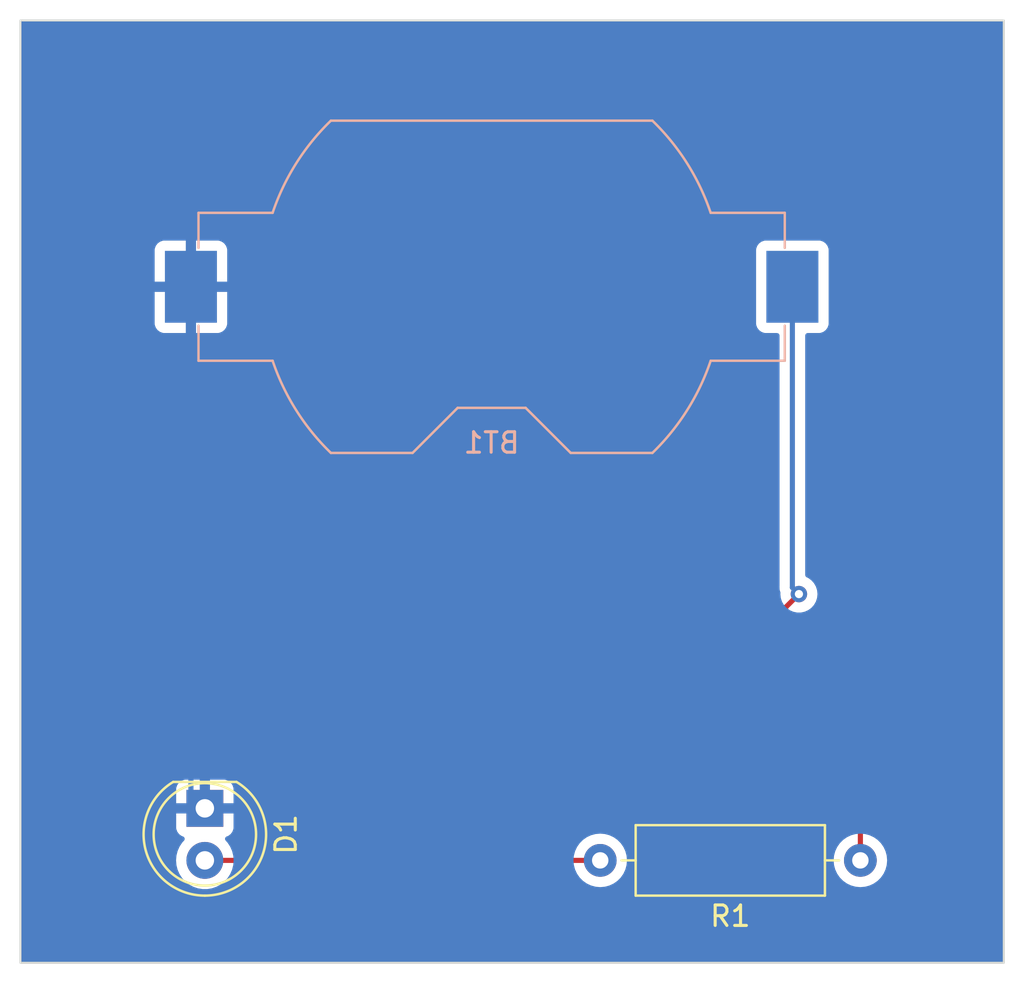
<source format=kicad_pcb>
(kicad_pcb (version 20221018) (generator pcbnew)
  (title_block (title "ECE 299 - Lab 4") (date "2023-06-14") (rev "0"))
  (layers (0 "F.Cu" signal) (31 "B.Cu" signal) (34 "B.Paste" user) (35 "F.Paste" user) (36 "B.SilkS" user "B.Silkscreen") (37 "F.SilkS" user "F.Silkscreen") (38 "B.Mask" user) (39 "F.Mask" user) (44 "Edge.Cuts" user))
  (net 0 "")
  (net 1 "VCC")
  (net 2 "GND")
  (net 3 "/led")
  (footprint "Resistor_THT:R_Axial_DIN0309_L9.0mm_D3.2mm_P12.70mm_Horizontal" (layer "F.Cu") (at 169 118 180)
    (fp_text reference "R1" (at 6.35 -2.72) (layer "F.SilkS"))
    (fp_text value "1k")
    (fp_line (start 1.04 0) (end 1.73 0) (stroke (width 0.12)) (layer "F.SilkS"))
    (fp_line (start 1.73 -1.72) (end 1.73 1.72) (stroke (width 0.12)) (layer "F.SilkS"))
    (fp_line (start 1.73 1.72) (end 10.97 1.72) (stroke (width 0.12)) (layer "F.SilkS"))
    (fp_line (start 10.97 -1.72) (end 1.73 -1.72) (stroke (width 0.12)) (layer "F.SilkS"))
    (fp_line (start 10.97 1.72) (end 10.97 -1.72) (stroke (width 0.12)) (layer "F.SilkS"))
    (fp_line (start 11.66 0) (end 10.97 0) (stroke (width 0.12)) (layer "F.SilkS"))
    (pad "1" thru_hole circle (at 0 0 180) (size 1.6 1.6) (drill 0.8) (layers "*.Cu" "*.Mask") (net 1 "VCC"))
    (pad "2" thru_hole oval (at 12.7 0 180) (size 1.6 1.6) (drill 0.8) (layers "*.Cu" "*.Mask") (net 3 "/led"))
  )
  (footprint "LED_THT:LED_D5.0mm" (layer "F.Cu") (at 137 115.46 -90)
    (fp_text reference "D1" (at 1.27 -3.96 90) (layer "F.SilkS"))
    (fp_text value "RED")
    (fp_line (start -1.29 -1.545) (end -1.29 1.545) (stroke (width 0.12)) (layer "F.SilkS"))
    (fp_arc (start -1.29 -1.54483) (mid 2.072002 -2.880433) (end 4.26 0.000462) (stroke (width 0.12)) (layer "F.SilkS"))
    (fp_arc (start 4.26 -0.000462) (mid 2.072002 2.880433) (end -1.29 1.54483) (stroke (width 0.12)) (layer "F.SilkS"))
    (fp_circle (center 1.27 0) (end 3.77 0) (stroke (width 0.12)) (fill none) (layer "F.SilkS"))
    (pad "1" thru_hole rect (at 0 0 270) (size 1.8 1.8) (drill 0.9) (layers "*.Cu" "*.Mask") (net 2 "GND"))
    (pad "2" thru_hole circle (at 2.54 0 270) (size 1.8 1.8) (drill 0.9) (layers "*.Cu" "*.Mask") (net 3 "/led"))
  )
  (footprint "Battery:BatteryHolder_Keystone_1058_1x2032" (layer "B.Cu") (at 151 90 180)
    (fp_text reference "BT1" (at 0 -7.62) (layer "B.SilkS") (effects (justify mirror)))
    (fp_text value "3V")
    (fp_line (start -14.31 -1.9) (end -14.31 -3.61) (stroke (width 0.12)) (layer "B.SilkS"))
    (fp_line (start -14.31 1.9) (end -14.31 3.61) (stroke (width 0.12)) (layer "B.SilkS"))
    (fp_line (start -14.31 3.61) (end -10.692 3.61) (stroke (width 0.12)) (layer "B.SilkS"))
    (fp_line (start -10.692 -3.61) (end -14.31 -3.61) (stroke (width 0.12)) (layer "B.SilkS"))
    (fp_line (start -7.8473 8.11) (end 7.8473 8.11) (stroke (width 0.12)) (layer "B.SilkS"))
    (fp_line (start -3.86 -8.11) (end -7.8473 -8.11) (stroke (width 0.12)) (layer "B.SilkS"))
    (fp_line (start -1.66 -5.91) (end -3.86 -8.11) (stroke (width 0.12)) (layer "B.SilkS"))
    (fp_line (start 1.66 -5.91) (end -1.66 -5.91) (stroke (width 0.12)) (layer "B.SilkS"))
    (fp_line (start 1.66 -5.91) (end 3.86 -8.11) (stroke (width 0.12)) (layer "B.SilkS"))
    (fp_line (start 7.8473 -8.11) (end 3.86 -8.11) (stroke (width 0.12)) (layer "B.SilkS"))
    (fp_line (start 10.692 3.61) (end 14.31 3.61) (stroke (width 0.12)) (layer "B.SilkS"))
    (fp_line (start 14.31 -3.61) (end 10.692 -3.61) (stroke (width 0.12)) (layer "B.SilkS"))
    (fp_line (start 14.31 -1.9) (end 14.31 -3.61) (stroke (width 0.12)) (layer "B.SilkS"))
    (fp_line (start 14.31 1.9) (end 14.31 3.61) (stroke (width 0.12)) (layer "B.SilkS"))
    (fp_arc (start -10.692 -3.61) (mid -9.538085 -6.031245) (end -7.845371 -8.111789) (stroke (width 0.12)) (layer "B.SilkS"))
    (fp_arc (start -7.845371 8.111789) (mid -9.538084 6.031244) (end -10.692 3.61) (stroke (width 0.12)) (layer "B.SilkS"))
    (fp_arc (start 7.845371 -8.111789) (mid 9.538084 -6.031244) (end 10.692 -3.61) (stroke (width 0.12)) (layer "B.SilkS"))
    (fp_arc (start 10.692 3.61) (mid 9.538084 6.031244) (end 7.845371 8.111789) (stroke (width 0.12)) (layer "B.SilkS"))
    (pad "1" smd rect (at -14.68 0 180) (size 2.54 3.51) (layers "B.Cu" "B.Paste" "B.Mask") (net 1 "VCC"))
    (pad "2" smd rect (at 14.68 0 180) (size 2.54 3.51) (layers "B.Cu" "B.Paste" "B.Mask") (net 2 "GND"))
  )
  (gr_rect (start 128 77) (end 176 123) (stroke (width 0.1)) (fill none) (layer "Edge.Cuts"))
  (segment (start 165.35 105.65) (end 165.35 112.35) (width 0.25) (layer "F.Cu") (net 1))
  (segment (start 166 105) (end 165.35 105.65) (width 0.25) (layer "F.Cu") (net 1))
  (segment (start 169 116) (end 169 118) (width 0.25) (layer "F.Cu") (net 1))
  (segment (start 165.35 112.35) (end 169 116) (width 0.25) (layer "F.Cu") (net 1))
  (via (at 166 105) (size 0.8) (drill 0.4) (layers "F.Cu" "B.Cu") (net 1))
  (segment (start 165.68 104.68) (end 166 105) (width 0.25) (layer "B.Cu") (net 1))
  (segment (start 165.68 90) (end 165.68 104.68) (width 0.25) (layer "B.Cu") (net 1))
  (segment (start 136.32 114.78) (end 137 115.46) (width 0.25) (layer "B.Cu") (net 2))
  (segment (start 136.32 90) (end 136.32 114.78) (width 0.25) (layer "B.Cu") (net 2))
  (segment (start 137 118) (end 156.3 118) (width 0.25) (layer "F.Cu") (net 3))
  (zone (net 2) (net_name "GND") (layer "B.Cu") (connect_pads (clearance 0.5)) (min_thickness 0.25) (fill yes (thermal_gap 0.5) (thermal_bridge_width 0.5))
    (polygon (pts (xy 127 124) (xy 177 124) (xy 177 76) (xy 127 76)))
  )
)
</source>
